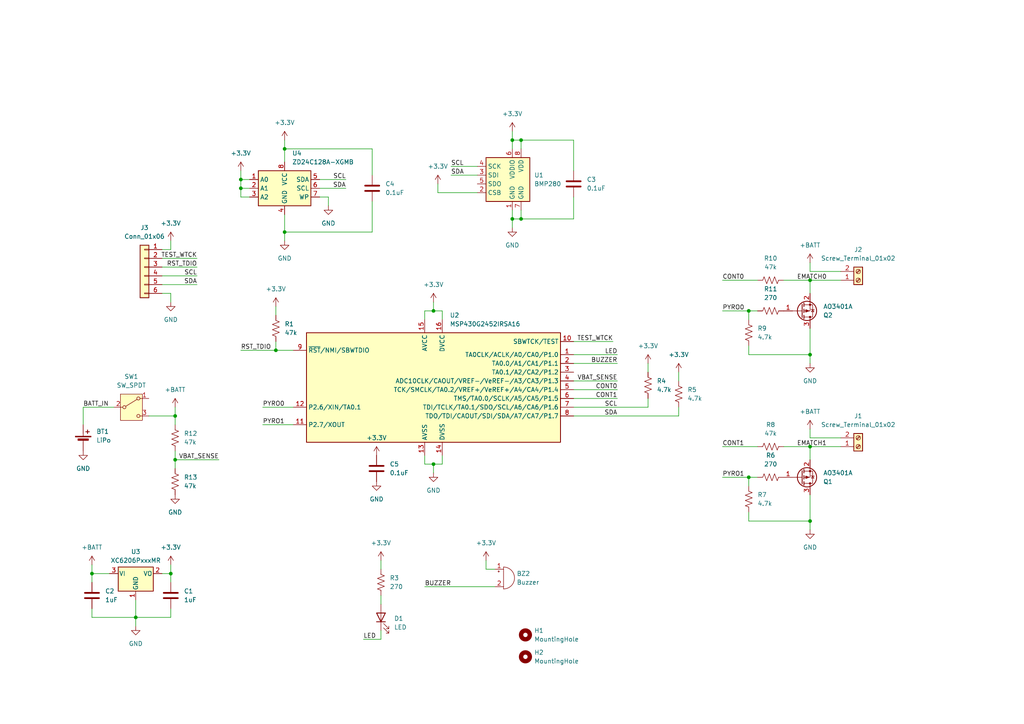
<source format=kicad_sch>
(kicad_sch (version 20230121) (generator eeschema)
  (paper "A4")
  (lib_symbols
    (symbol "Connector:Screw_Terminal_01x02" (pin_names (offset 1.016) hide)
      (property "Reference" "J" (at 0 2.54 0))
      (property "Value" "Screw_Terminal_01x02" (at 0 -5.08 0))
      (symbol "Screw_Terminal_01x02_1_1"
        (rectangle (start -1.27 1.27) (end 1.27 -3.81) (stroke (width 0.254)) (fill (type background)))
        (circle (center 0 -2.54) (radius 0.635) (stroke (width 0.1524)))
        (polyline (pts (xy -0.5334 -2.2098) (xy 0.3302 -3.048)) (stroke (width 0.1524)))
        (polyline (pts (xy -0.5334 0.3302) (xy 0.3302 -0.508)) (stroke (width 0.1524)))
        (polyline (pts (xy -0.3556 -2.032) (xy 0.508 -2.8702)) (stroke (width 0.1524)))
        (polyline (pts (xy -0.3556 0.508) (xy 0.508 -0.3302)) (stroke (width 0.1524)))
        (circle (center 0 0) (radius 0.635) (stroke (width 0.1524)))
        (pin passive line (at -5.08 0 0) (length 3.81) (name "Pin_1") (number "1"))
        (pin passive line (at -5.08 -2.54 0) (length 3.81) (name "Pin_2") (number "2"))
      )
    )
    (symbol "Connector_Generic:Conn_01x06" (pin_names (offset 1.016) hide)
      (property "Reference" "J" (at 0 7.62 0))
      (property "Value" "Conn_01x06" (at 0 -10.16 0))
      (symbol "Conn_01x06_1_1"
        (rectangle (start -1.27 -7.493) (end 0 -7.747) (stroke (width 0.1524)))
        (rectangle (start -1.27 -4.953) (end 0 -5.207) (stroke (width 0.1524)))
        (rectangle (start -1.27 -2.413) (end 0 -2.667) (stroke (width 0.1524)))
        (rectangle (start -1.27 0.127) (end 0 -0.127) (stroke (width 0.1524)))
        (rectangle (start -1.27 2.667) (end 0 2.413) (stroke (width 0.1524)))
        (rectangle (start -1.27 5.207) (end 0 4.953) (stroke (width 0.1524)))
        (rectangle (start -1.27 6.35) (end 1.27 -8.89) (stroke (width 0.254)) (fill (type background)))
        (pin passive line (at -5.08 5.08 0) (length 3.81) (name "Pin_1") (number "1"))
        (pin passive line (at -5.08 2.54 0) (length 3.81) (name "Pin_2") (number "2"))
        (pin passive line (at -5.08 0 0) (length 3.81) (name "Pin_3") (number "3"))
        (pin passive line (at -5.08 -2.54 0) (length 3.81) (name "Pin_4") (number "4"))
        (pin passive line (at -5.08 -5.08 0) (length 3.81) (name "Pin_5") (number "5"))
        (pin passive line (at -5.08 -7.62 0) (length 3.81) (name "Pin_6") (number "6"))
      )
    )
    (symbol "Device:Battery_Cell" (pin_numbers hide) (pin_names (offset 0) hide)
      (property "Reference" "BT" (at 2.54 2.54 0))
      (property "Value" "Battery_Cell" (at 2.54 0 0))
      (symbol "Battery_Cell_0_1"
        (rectangle (start -2.286 1.778) (end 2.286 1.524) (fill (type outline)))
        (rectangle (start -1.524 1.016) (end 1.524 0.508) (fill (type outline)))
        (polyline (pts (xy 0 0.762) (xy 0 0)))
        (polyline (pts (xy 0 1.778) (xy 0 2.54)))
        (polyline (pts (xy 0.762 3.048) (xy 1.778 3.048)) (stroke (width 0.254)))
        (polyline (pts (xy 1.27 3.556) (xy 1.27 2.54)) (stroke (width 0.254)))
      )
      (symbol "Battery_Cell_1_1"
        (pin passive line (at 0 5.08 270) (length 2.54) (name "+") (number "1"))
        (pin passive line (at 0 -2.54 90) (length 2.54) (name "-") (number "2"))
      )
    )
    (symbol "Device:Buzzer" (pin_names (offset 0.0254) hide)
      (property "Reference" "BZ" (at 3.81 1.27 0))
      (property "Value" "Buzzer" (at 3.81 -1.27 0))
      (symbol "Buzzer_0_1"
        (arc (start 0 -3.175) (mid 3.1612 0) (end 0 3.175))
        (polyline (pts (xy -1.651 1.905) (xy -1.143 1.905)))
        (polyline (pts (xy -1.397 2.159) (xy -1.397 1.651)))
        (polyline (pts (xy 0 3.175) (xy 0 -3.175)))
      )
      (symbol "Buzzer_1_1"
        (pin passive line (at -2.54 2.54 0) (length 2.54) (name "+") (number "1"))
        (pin passive line (at -2.54 -2.54 0) (length 2.54) (name "-") (number "2"))
      )
    )
    (symbol "Device:C" (pin_numbers hide) (pin_names (offset 0.254))
      (property "Reference" "C" (at 0.635 2.54 0))
      (property "Value" "C" (at 0.635 -2.54 0))
      (symbol "C_0_1"
        (polyline (pts (xy -2.032 -0.762) (xy 2.032 -0.762)) (stroke (width 0.508)))
        (polyline (pts (xy -2.032 0.762) (xy 2.032 0.762)) (stroke (width 0.508)))
      )
      (symbol "C_1_1"
        (pin passive line (at 0 3.81 270) (length 2.794) (name "~") (number "1"))
        (pin passive line (at 0 -3.81 90) (length 2.794) (name "~") (number "2"))
      )
    )
    (symbol "Device:LED" (pin_numbers hide) (pin_names (offset 1.016) hide)
      (property "Reference" "D" (at 0 2.54 0))
      (property "Value" "LED" (at 0 -2.54 0))
      (symbol "LED_0_1"
        (polyline (pts (xy -1.27 -1.27) (xy -1.27 1.27)) (stroke (width 0.254)))
        (polyline (pts (xy -1.27 0) (xy 1.27 0)))
        (polyline (pts (xy 1.27 -1.27) (xy 1.27 1.27) (xy -1.27 0) (xy 1.27 -1.27)) (stroke (width 0.254)))
        (polyline (pts (xy -3.048 -0.762) (xy -4.572 -2.286) (xy -3.81 -2.286) (xy -4.572 -2.286) (xy -4.572 -1.524)))
        (polyline (pts (xy -1.778 -0.762) (xy -3.302 -2.286) (xy -2.54 -2.286) (xy -3.302 -2.286) (xy -3.302 -1.524)))
      )
      (symbol "LED_1_1"
        (pin passive line (at -3.81 0 0) (length 2.54) (name "K") (number "1"))
        (pin passive line (at 3.81 0 180) (length 2.54) (name "A") (number "2"))
      )
    )
    (symbol "Device:R_US" (pin_numbers hide) (pin_names (offset 0))
      (property "Reference" "R" (at 2.54 0 90))
      (property "Value" "R_US" (at -2.54 0 90))
      (symbol "R_US_0_1"
        (polyline (pts (xy 0 -2.286) (xy 0 -2.54)))
        (polyline (pts (xy 0 2.286) (xy 0 2.54)))
        (polyline (pts (xy 0 -0.762) (xy 1.016 -1.143) (xy 0 -1.524) (xy -1.016 -1.905) (xy 0 -2.286)))
        (polyline (pts (xy 0 0.762) (xy 1.016 0.381) (xy 0 0) (xy -1.016 -0.381) (xy 0 -0.762)))
        (polyline (pts (xy 0 2.286) (xy 1.016 1.905) (xy 0 1.524) (xy -1.016 1.143) (xy 0 0.762)))
      )
      (symbol "R_US_1_1"
        (pin passive line (at 0 3.81 270) (length 1.27) (name "~") (number "1"))
        (pin passive line (at 0 -3.81 90) (length 1.27) (name "~") (number "2"))
      )
    )
    (symbol "MCU_Texas_MSP430:MSP430G2452IRSA16"
      (property "Reference" "U" (at -35.56 17.78 0))
      (property "Value" "MSP430G2452IRSA16" (at 29.21 -16.51 0))
      (symbol "MSP430G2452IRSA16_0_1"
        (rectangle (start -36.83 16.51) (end 36.83 -15.24) (stroke (width 0.254)) (fill (type background)))
      )
      (symbol "MSP430G2452IRSA16_1_1"
        (pin bidirectional line (at 40.64 10.16 180) (length 3.81) (name "TA0CLK/ACLK/A0/CA0/P1.0") (number "1"))
        (pin input line (at 40.64 13.97 180) (length 3.81) (name "SBWTCK/TEST") (number "10"))
        (pin bidirectional line (at -40.64 -10.16 0) (length 3.81) (name "P2.7/XOUT") (number "11"))
        (pin bidirectional line (at -40.64 -5.08 0) (length 3.81) (name "P2.6/XIN/TA0.1") (number "12"))
        (pin power_in line (at -2.54 -19.05 90) (length 3.81) (name "AVSS") (number "13"))
        (pin power_in line (at 2.54 -19.05 90) (length 3.81) (name "DVSS") (number "14"))
        (pin power_in line (at -2.54 20.32 270) (length 3.81) (name "AVCC") (number "15"))
        (pin power_in line (at 2.54 20.32 270) (length 3.81) (name "DVCC") (number "16"))
        (pin bidirectional line (at 40.64 7.62 180) (length 3.81) (name "TA0.0/A1/CA1/P1.1") (number "2"))
        (pin bidirectional line (at 40.64 5.08 180) (length 3.81) (name "TA0.1/A2/CA2/P1.2") (number "3"))
        (pin bidirectional line (at 40.64 2.54 180) (length 3.81) (name "ADC10CLK/CAOUT/VREF-/VeREF-/A3/CA3/P1.3") (number "4"))
        (pin bidirectional line (at 40.64 0 180) (length 3.81) (name "TCK/SMCLK/TA0.2/VREF+/VeREF+/A4/CA4/P1.4") (number "5"))
        (pin bidirectional line (at 40.64 -2.54 180) (length 3.81) (name "TMS/TA0.0/SCLK/A5/CA5/P1.5") (number "6"))
        (pin bidirectional line (at 40.64 -5.08 180) (length 3.81) (name "TDI/TCLK/TA0.1/SDO/SCL/A6/CA6/P1.6") (number "7"))
        (pin bidirectional line (at 40.64 -7.62 180) (length 3.81) (name "TDO/TDI/CAOUT/SDI/SDA/A7/CA7/P1.7") (number "8"))
        (pin input line (at -40.64 11.43 0) (length 3.81) (name "~{RST}/NMI/SBWTDIO") (number "9"))
      )
    )
    (symbol "Mechanical:MountingHole" (pin_names (offset 1.016))
      (property "Reference" "H" (at 0 5.08 0))
      (property "Value" "MountingHole" (at 0 3.175 0))
      (symbol "MountingHole_0_1"
        (circle (center 0 0) (radius 1.27) (stroke (width 1.27)))
      )
    )
    (symbol "Memory_EEPROM:CAT24C128"
      (property "Reference" "U" (at -6.35 6.35 0))
      (property "Value" "CAT24C128" (at 1.27 6.35 0))
      (symbol "CAT24C128_1_1"
        (rectangle (start -7.62 5.08) (end 7.62 -5.08) (stroke (width 0.254)) (fill (type background)))
        (pin input line (at -10.16 2.54 0) (length 2.54) (name "A0") (number "1"))
        (pin input line (at -10.16 0 0) (length 2.54) (name "A1") (number "2"))
        (pin input line (at -10.16 -2.54 0) (length 2.54) (name "A2") (number "3"))
        (pin power_in line (at 0 -7.62 90) (length 2.54) (name "GND") (number "4"))
        (pin bidirectional line (at 10.16 2.54 180) (length 2.54) (name "SDA") (number "5"))
        (pin input line (at 10.16 0 180) (length 2.54) (name "SCL") (number "6"))
        (pin input line (at 10.16 -2.54 180) (length 2.54) (name "WP") (number "7"))
        (pin power_in line (at 0 7.62 270) (length 2.54) (name "VCC") (number "8"))
      )
    )
    (symbol "Regulator_Linear:XC6206PxxxMR" (pin_names (offset 0.254))
      (property "Reference" "U" (at -3.81 3.175 0))
      (property "Value" "XC6206PxxxMR" (at 0 3.175 0))
      (symbol "XC6206PxxxMR_0_1"
        (rectangle (start -5.08 1.905) (end 5.08 -5.08) (stroke (width 0.254)) (fill (type background)))
      )
      (symbol "XC6206PxxxMR_1_1"
        (pin power_in line (at 0 -7.62 90) (length 2.54) (name "GND") (number "1"))
        (pin power_out line (at 7.62 0 180) (length 2.54) (name "VO") (number "2"))
        (pin power_in line (at -7.62 0 0) (length 2.54) (name "VI") (number "3"))
      )
    )
    (symbol "Sensor_Pressure:BMP280"
      (property "Reference" "U" (at -7.62 10.16 0))
      (property "Value" "BMP280" (at 5.08 10.16 0))
      (symbol "BMP280_0_1"
        (rectangle (start -7.62 -5.08) (end 5.08 7.62) (stroke (width 0.254)) (fill (type background)))
      )
      (symbol "BMP280_1_1"
        (pin power_in line (at 0 -7.62 90) (length 2.54) (name "GND") (number "1"))
        (pin input line (at -10.16 -2.54 0) (length 2.54) (name "CSB") (number "2"))
        (pin bidirectional line (at -10.16 2.54 0) (length 2.54) (name "SDI") (number "3"))
        (pin input line (at -10.16 5.08 0) (length 2.54) (name "SCK") (number "4"))
        (pin bidirectional line (at -10.16 0 0) (length 2.54) (name "SDO") (number "5"))
        (pin power_in line (at 0 10.16 270) (length 2.54) (name "VDDIO") (number "6"))
        (pin power_in line (at 2.54 -7.62 90) (length 2.54) (name "GND") (number "7"))
        (pin power_in line (at 2.54 10.16 270) (length 2.54) (name "VDD") (number "8"))
      )
    )
    (symbol "Switch:SW_SPDT" (pin_names (offset 0) hide)
      (property "Reference" "SW" (at 0 5.08 0))
      (property "Value" "SW_SPDT" (at 0 -5.08 0))
      (symbol "SW_SPDT_0_1"
        (circle (center -2.032 0) (radius 0.4572))
        (polyline (pts (xy -1.651 0.254) (xy 1.651 2.286)))
        (circle (center 2.032 -2.54) (radius 0.4572))
        (circle (center 2.032 2.54) (radius 0.4572))
      )
      (symbol "SW_SPDT_1_1"
        (rectangle (start -3.175 3.81) (end 3.175 -3.81) (fill (type background)))
        (pin passive line (at 5.08 2.54 180) (length 2.54) (name "A") (number "1"))
        (pin passive line (at -5.08 0 0) (length 2.54) (name "B") (number "2"))
        (pin passive line (at 5.08 -2.54 180) (length 2.54) (name "C") (number "3"))
      )
    )
    (symbol "Transistor_FET:AO3401A" (pin_names hide)
      (property "Reference" "Q" (at 5.08 1.905 0))
      (property "Value" "AO3401A" (at 5.08 0 0))
      (symbol "AO3401A_0_1"
        (polyline (pts (xy 0.254 0) (xy -2.54 0)))
        (polyline (pts (xy 0.254 1.905) (xy 0.254 -1.905)) (stroke (width 0.254)))
        (polyline (pts (xy 0.762 -1.27) (xy 0.762 -2.286)) (stroke (width 0.254)))
        (polyline (pts (xy 0.762 0.508) (xy 0.762 -0.508)) (stroke (width 0.254)))
        (polyline (pts (xy 0.762 2.286) (xy 0.762 1.27)) (stroke (width 0.254)))
        (polyline (pts (xy 2.54 2.54) (xy 2.54 1.778)))
        (polyline (pts (xy 2.54 -2.54) (xy 2.54 0) (xy 0.762 0)))
        (polyline (pts (xy 0.762 1.778) (xy 3.302 1.778) (xy 3.302 -1.778) (xy 0.762 -1.778)))
        (polyline (pts (xy 2.286 0) (xy 1.27 0.381) (xy 1.27 -0.381) (xy 2.286 0)) (fill (type outline)))
        (polyline (pts (xy 2.794 -0.508) (xy 2.921 -0.381) (xy 3.683 -0.381) (xy 3.81 -0.254)))
        (polyline (pts (xy 3.302 -0.381) (xy 2.921 0.254) (xy 3.683 0.254) (xy 3.302 -0.381)))
        (circle (center 1.651 0) (radius 2.794) (stroke (width 0.254)))
        (circle (center 2.54 -1.778) (radius 0.254) (fill (type outline)))
        (circle (center 2.54 1.778) (radius 0.254) (fill (type outline)))
      )
      (symbol "AO3401A_1_1"
        (pin input line (at -5.08 0 0) (length 2.54) (name "G") (number "1"))
        (pin passive line (at 2.54 -5.08 90) (length 2.54) (name "S") (number "2"))
        (pin passive line (at 2.54 5.08 270) (length 2.54) (name "D") (number "3"))
      )
    )
    (symbol "power:+3.3V" (power) (pin_names (offset 0))
      (property "Value" "+3.3V" (at 0 3.556 0))
      (symbol "+3.3V_0_1"
        (polyline (pts (xy -0.762 1.27) (xy 0 2.54)))
        (polyline (pts (xy 0 0) (xy 0 2.54)))
        (polyline (pts (xy 0 2.54) (xy 0.762 1.27)))
      )
      (symbol "+3.3V_1_1"
        (pin power_in line (at 0 0 90) (length 0) hide (name "+3.3V") (number "1"))
      )
    )
    (symbol "power:+BATT" (power) (pin_names (offset 0))
      (property "Value" "+BATT" (at 0 3.556 0))
      (symbol "+BATT_0_1"
        (polyline (pts (xy -0.762 1.27) (xy 0 2.54)))
        (polyline (pts (xy 0 0) (xy 0 2.54)))
        (polyline (pts (xy 0 2.54) (xy 0.762 1.27)))
      )
      (symbol "+BATT_1_1"
        (pin power_in line (at 0 0 90) (length 0) hide (name "+BATT") (number "1"))
      )
    )
    (symbol "power:GND" (power) (pin_names (offset 0))
      (property "Value" "GND" (at 0 -3.81 0))
      (symbol "GND_0_1"
        (polyline (pts (xy 0 0) (xy 0 -1.27) (xy 1.27 -1.27) (xy 0 -2.54) (xy -1.27 -1.27) (xy 0 -1.27)))
      )
      (symbol "GND_1_1"
        (pin power_in line (at 0 0 270) (length 0) hide (name "GND") (number "1"))
      )
    )
  )
  (junction (at 50.8 133.35))
  (junction (at 49.53 166.37))
  (junction (at 234.95 102.87))
  (junction (at 82.55 67.31))
  (junction (at 151.13 40.64))
  (junction (at 234.95 81.28))
  (junction (at 217.17 138.43))
  (junction (at 69.85 54.61))
  (junction (at 125.73 134.62))
  (junction (at 151.13 63.5))
  (junction (at 82.55 43.18))
  (junction (at 69.85 52.07))
  (junction (at 234.95 151.13))
  (junction (at 234.95 129.54))
  (junction (at 148.59 63.5))
  (junction (at 50.8 120.65))
  (junction (at 80.01 101.6))
  (junction (at 217.17 90.17))
  (junction (at 148.59 40.64))
  (junction (at 125.73 90.17))
  (junction (at 39.37 179.07))
  (junction (at 26.67 166.37))
  (wire (pts (xy 92.71 54.61) (xy 100.33 54.61)))
  (wire (pts (xy 50.8 120.65) (xy 50.8 123.19)))
  (wire (pts (xy 50.8 120.65) (xy 50.8 118.11)))
  (wire (pts (xy 43.18 120.65) (xy 50.8 120.65)))
  (wire (pts (xy 110.49 172.72) (xy 110.49 175.26)))
  (wire (pts (xy 46.99 82.55) (xy 57.15 82.55)))
  (wire (pts (xy 151.13 63.5) (xy 148.59 63.5)))
  (wire (pts (xy 196.85 107.95) (xy 196.85 110.49)))
  (wire (pts (xy 234.95 129.54) (xy 234.95 133.35)))
  (wire (pts (xy 187.96 115.57) (xy 187.96 118.11)))
  (wire (pts (xy 166.37 113.03) (xy 179.07 113.03)))
  (wire (pts (xy 123.19 170.18) (xy 143.51 170.18)))
  (wire (pts (xy 85.09 101.6) (xy 80.01 101.6)))
  (wire (pts (xy 234.95 102.87) (xy 234.95 105.41)))
  (wire (pts (xy 49.53 69.85) (xy 49.53 72.39)))
  (wire (pts (xy 234.95 124.46) (xy 234.95 127)))
  (wire (pts (xy 166.37 105.41) (xy 179.07 105.41)))
  (wire (pts (xy 166.37 118.11) (xy 187.96 118.11)))
  (wire (pts (xy 26.67 163.83) (xy 26.67 166.37)))
  (wire (pts (xy 95.25 57.15) (xy 92.71 57.15)))
  (wire (pts (xy 92.71 52.07) (xy 100.33 52.07)))
  (wire (pts (xy 148.59 38.1) (xy 148.59 40.64)))
  (wire (pts (xy 217.17 100.33) (xy 217.17 102.87)))
  (wire (pts (xy 234.95 129.54) (xy 243.84 129.54)))
  (wire (pts (xy 69.85 101.6) (xy 80.01 101.6)))
  (wire (pts (xy 166.37 115.57) (xy 179.07 115.57)))
  (wire (pts (xy 110.49 165.1) (xy 110.49 162.56)))
  (wire (pts (xy 26.67 179.07) (xy 39.37 179.07)))
  (wire (pts (xy 49.53 176.53) (xy 49.53 179.07)))
  (wire (pts (xy 125.73 87.63) (xy 125.73 90.17)))
  (wire (pts (xy 82.55 62.23) (xy 82.55 67.31)))
  (wire (pts (xy 166.37 99.06) (xy 177.8 99.06)))
  (wire (pts (xy 209.55 90.17) (xy 217.17 90.17)))
  (wire (pts (xy 82.55 67.31) (xy 82.55 69.85)))
  (wire (pts (xy 39.37 179.07) (xy 49.53 179.07)))
  (wire (pts (xy 107.95 67.31) (xy 82.55 67.31)))
  (wire (pts (xy 105.41 185.42) (xy 110.49 185.42)))
  (wire (pts (xy 166.37 49.53) (xy 166.37 40.64)))
  (wire (pts (xy 125.73 134.62) (xy 128.27 134.62)))
  (wire (pts (xy 123.19 90.17) (xy 123.19 92.71)))
  (wire (pts (xy 234.95 81.28) (xy 234.95 85.09)))
  (wire (pts (xy 123.19 134.62) (xy 125.73 134.62)))
  (wire (pts (xy 148.59 60.96) (xy 148.59 63.5)))
  (wire (pts (xy 148.59 40.64) (xy 148.59 43.18)))
  (wire (pts (xy 138.43 55.88) (xy 127 55.88)))
  (wire (pts (xy 217.17 138.43) (xy 219.71 138.43)))
  (wire (pts (xy 80.01 88.9) (xy 80.01 91.44)))
  (wire (pts (xy 72.39 57.15) (xy 69.85 57.15)))
  (wire (pts (xy 217.17 138.43) (xy 217.17 140.97)))
  (wire (pts (xy 69.85 52.07) (xy 72.39 52.07)))
  (wire (pts (xy 82.55 43.18) (xy 82.55 46.99)))
  (wire (pts (xy 140.97 162.56) (xy 140.97 165.1)))
  (wire (pts (xy 234.95 76.2) (xy 234.95 78.74)))
  (wire (pts (xy 46.99 74.93) (xy 57.15 74.93)))
  (wire (pts (xy 50.8 133.35) (xy 50.8 135.89)))
  (wire (pts (xy 49.53 72.39) (xy 46.99 72.39)))
  (wire (pts (xy 128.27 90.17) (xy 125.73 90.17)))
  (wire (pts (xy 49.53 87.63) (xy 49.53 85.09)))
  (wire (pts (xy 166.37 57.15) (xy 166.37 63.5)))
  (wire (pts (xy 24.13 118.11) (xy 24.13 123.19)))
  (wire (pts (xy 46.99 80.01) (xy 57.15 80.01)))
  (wire (pts (xy 234.95 151.13) (xy 234.95 143.51)))
  (wire (pts (xy 138.43 48.26) (xy 130.81 48.26)))
  (wire (pts (xy 151.13 60.96) (xy 151.13 63.5)))
  (wire (pts (xy 39.37 179.07) (xy 39.37 181.61)))
  (wire (pts (xy 33.02 118.11) (xy 24.13 118.11)))
  (wire (pts (xy 110.49 182.88) (xy 110.49 185.42)))
  (wire (pts (xy 234.95 81.28) (xy 243.84 81.28)))
  (wire (pts (xy 209.55 129.54) (xy 219.71 129.54)))
  (wire (pts (xy 128.27 134.62) (xy 128.27 132.08)))
  (wire (pts (xy 166.37 120.65) (xy 196.85 120.65)))
  (wire (pts (xy 125.73 90.17) (xy 123.19 90.17)))
  (wire (pts (xy 187.96 105.41) (xy 187.96 107.95)))
  (wire (pts (xy 227.33 81.28) (xy 234.95 81.28)))
  (wire (pts (xy 166.37 110.49) (xy 179.07 110.49)))
  (wire (pts (xy 69.85 49.53) (xy 69.85 52.07)))
  (wire (pts (xy 217.17 151.13) (xy 234.95 151.13)))
  (wire (pts (xy 26.67 166.37) (xy 31.75 166.37)))
  (wire (pts (xy 209.55 138.43) (xy 217.17 138.43)))
  (wire (pts (xy 107.95 58.42) (xy 107.95 67.31)))
  (wire (pts (xy 128.27 92.71) (xy 128.27 90.17)))
  (wire (pts (xy 123.19 132.08) (xy 123.19 134.62)))
  (wire (pts (xy 26.67 176.53) (xy 26.67 179.07)))
  (wire (pts (xy 26.67 166.37) (xy 26.67 168.91)))
  (wire (pts (xy 76.2 118.11) (xy 85.09 118.11)))
  (wire (pts (xy 76.2 123.19) (xy 85.09 123.19)))
  (wire (pts (xy 82.55 40.64) (xy 82.55 43.18)))
  (wire (pts (xy 151.13 40.64) (xy 151.13 43.18)))
  (wire (pts (xy 209.55 81.28) (xy 219.71 81.28)))
  (wire (pts (xy 166.37 40.64) (xy 151.13 40.64)))
  (wire (pts (xy 49.53 166.37) (xy 46.99 166.37)))
  (wire (pts (xy 151.13 40.64) (xy 148.59 40.64)))
  (wire (pts (xy 217.17 102.87) (xy 234.95 102.87)))
  (wire (pts (xy 125.73 137.16) (xy 125.73 134.62)))
  (wire (pts (xy 49.53 166.37) (xy 49.53 168.91)))
  (wire (pts (xy 234.95 102.87) (xy 234.95 95.25)))
  (wire (pts (xy 107.95 43.18) (xy 82.55 43.18)))
  (wire (pts (xy 166.37 63.5) (xy 151.13 63.5)))
  (wire (pts (xy 243.84 127) (xy 234.95 127)))
  (wire (pts (xy 217.17 148.59) (xy 217.17 151.13)))
  (wire (pts (xy 127 55.88) (xy 127 53.34)))
  (wire (pts (xy 39.37 173.99) (xy 39.37 179.07)))
  (wire (pts (xy 49.53 85.09) (xy 46.99 85.09)))
  (wire (pts (xy 138.43 50.8) (xy 130.81 50.8)))
  (wire (pts (xy 217.17 90.17) (xy 217.17 92.71)))
  (wire (pts (xy 243.84 78.74) (xy 234.95 78.74)))
  (wire (pts (xy 49.53 163.83) (xy 49.53 166.37)))
  (wire (pts (xy 148.59 63.5) (xy 148.59 66.04)))
  (wire (pts (xy 227.33 129.54) (xy 234.95 129.54)))
  (wire (pts (xy 80.01 101.6) (xy 80.01 99.06)))
  (wire (pts (xy 46.99 77.47) (xy 57.15 77.47)))
  (wire (pts (xy 217.17 90.17) (xy 219.71 90.17)))
  (wire (pts (xy 69.85 57.15) (xy 69.85 54.61)))
  (wire (pts (xy 69.85 54.61) (xy 69.85 52.07)))
  (wire (pts (xy 107.95 50.8) (xy 107.95 43.18)))
  (wire (pts (xy 69.85 54.61) (xy 72.39 54.61)))
  (wire (pts (xy 95.25 59.69) (xy 95.25 57.15)))
  (wire (pts (xy 166.37 102.87) (xy 179.07 102.87)))
  (wire (pts (xy 50.8 130.81) (xy 50.8 133.35)))
  (wire (pts (xy 50.8 133.35) (xy 63.5 133.35)))
  (wire (pts (xy 140.97 165.1) (xy 143.51 165.1)))
  (wire (pts (xy 196.85 118.11) (xy 196.85 120.65)))
  (wire (pts (xy 234.95 151.13) (xy 234.95 153.67)))
  (label "TEST_WTCK" (at 57.15 74.93 180))
  (label "LED" (at 179.07 102.87 180))
  (label "SCL" (at 57.15 80.01 180))
  (label "CONT1" (at 179.07 115.57 180))
  (label "EMATCH1" (at 231.14 129.54 0))
  (label "PYRO0" (at 209.55 90.17 0))
  (label "SCL" (at 100.33 52.07 180))
  (label "LED" (at 105.41 185.42 0))
  (label "SCL" (at 130.81 48.26 0))
  (label "SDA" (at 57.15 82.55 180))
  (label "RST_TDIO" (at 57.15 77.47 180))
  (label "VBAT_SENSE" (at 179.07 110.49 180))
  (label "SDA" (at 179.07 120.65 180))
  (label "PYRO1" (at 76.2 123.19 0))
  (label "SDA" (at 100.33 54.61 180))
  (label "VBAT_SENSE" (at 63.5 133.35 180))
  (label "BATT_IN" (at 24.13 118.11 0))
  (label "CONT0" (at 179.07 113.03 180))
  (label "SCL" (at 179.07 118.11 180))
  (label "RST_TDIO" (at 69.85 101.6 0))
  (label "SDA" (at 130.81 50.8 0))
  (label "CONT0" (at 209.55 81.28 0))
  (label "EMATCH0" (at 231.14 81.28 0))
  (label "BUZZER" (at 179.07 105.41 180))
  (label "BUZZER" (at 123.19 170.18 0))
  (label "PYRO1" (at 209.55 138.43 0))
  (label "PYRO0" (at 76.2 118.11 0))
  (label "TEST_WTCK" (at 177.8 99.06 180))
  (label "CONT1" (at 209.55 129.54 0))
  (symbol (lib_id "power:GND") (at 24.13 130.81 0) (unit 1)
    (property "Reference" "#PWR015" (effects hide))
    (property "Value" "GND" (at 24.13 135.89 0))
  )
  (symbol (lib_id "Transistor_FET:AO3401A") (at 232.41 138.43 0) (mirror x) (unit 1)
    (property "Reference" "Q1" (at 238.76 139.7 0) (effects (justify left)))
    (property "Value" "AO3401A" (at 238.76 137.16 0) (effects (justify left)))
    (property "Footprint" "Package_TO_SOT_SMD:SOT-23" (effects hide))
    (property "Datasheet" "http://www.aosmd.com/pdfs/datasheet/AO3401A.pdf" (effects hide))
  )
  (symbol (lib_id "power:+3.3V") (at 82.55 40.64 0) (unit 1)
    (property "Reference" "#PWR023" (effects hide))
    (property "Value" "+3.3V" (at 82.55 35.56 0))
  )
  (symbol (lib_id "Sensor_Pressure:BMP280") (at 148.59 53.34 0) (unit 1)
    (property "Reference" "U1" (at 154.94 50.8 0) (effects (justify left)))
    (property "Value" "BMP280" (at 154.94 53.34 0) (effects (justify left)))
    (property "Footprint" "Package_LGA:Bosch_LGA-8_2x2.5mm_P0.65mm_ClockwisePinNumbering" (effects hide))
    (property "Datasheet" "https://ae-bst.resource.bosch.com/media/_tech/media/datasheets/BST-BMP280-DS001.pdf" (effects hide))
  )
  (symbol (lib_id "Device:R_US") (at 50.8 139.7 0) (unit 1)
    (property "Reference" "R13" (at 53.34 138.43 0) (effects (justify left)))
    (property "Value" "47k" (at 53.34 140.97 0) (effects (justify left)))
    (property "Footprint" "Capacitor_SMD:C_0402_1005Metric" (effects hide))
  )
  (symbol (lib_id "power:+3.3V") (at 69.85 49.53 0) (unit 1)
    (property "Reference" "#PWR025" (effects hide))
    (property "Value" "+3.3V" (at 69.85 44.45 0))
  )
  (symbol (lib_id "MCU_Texas_MSP430:MSP430G2452IRSA16") (at 125.73 113.03 0) (unit 1)
    (property "Reference" "U2" (at 130.4641 91.44 0) (effects (justify left)))
    (property "Value" "MSP430G2452IRSA16" (at 130.4641 93.98 0) (effects (justify left)))
    (property "Footprint" "Package_DFN_QFN:Texas_RSA_VQFN-16-1EP_4x4mm_P0.65mm_EP2.7x2.7mm" (effects hide))
    (property "Datasheet" "http://www.ti.com/lit/ds/symlink/msp430g2452.pdf" (effects hide))
  )
  (symbol (lib_id "power:+3.3V") (at 196.85 107.95 0) (unit 1)
    (property "Reference" "#PWR013" (effects hide))
    (property "Value" "+3.3V" (at 196.85 102.87 0))
  )
  (symbol (lib_id "power:+3.3V") (at 109.22 132.08 0) (unit 1)
    (property "Reference" "#PWR021" (effects hide))
    (property "Value" "+3.3V" (at 109.22 127 0))
  )
  (symbol (lib_id "power:GND") (at 50.8 143.51 0) (unit 1)
    (property "Reference" "#PWR020" (effects hide))
    (property "Value" "GND" (at 50.8 148.59 0))
  )
  (symbol (lib_id "Device:R_US") (at 187.96 111.76 0) (unit 1)
    (property "Reference" "R4" (at 190.5 110.49 0) (effects (justify left)))
    (property "Value" "4.7k" (at 190.5 113.03 0) (effects (justify left)))
    (property "Footprint" "Resistor_SMD:R_0402_1005Metric" (effects hide))
  )
  (symbol (lib_id "power:+BATT") (at 26.67 163.83 0) (unit 1)
    (property "Reference" "#PWR08" (effects hide))
    (property "Value" "+BATT" (at 26.67 158.75 0))
  )
  (symbol (lib_id "Device:C") (at 166.37 53.34 0) (unit 1)
    (property "Reference" "C3" (at 170.18 52.07 0) (effects (justify left)))
    (property "Value" "0.1uF" (at 170.18 54.61 0) (effects (justify left)))
    (property "Footprint" "Capacitor_SMD:C_0402_1005Metric" (effects hide))
  )
  (symbol (lib_id "power:+3.3V") (at 140.97 162.56 0) (unit 1)
    (property "Reference" "#PWR010" (effects hide))
    (property "Value" "+3.3V" (at 140.97 157.48 0))
  )
  (symbol (lib_id "Connector:Screw_Terminal_01x02") (at 248.92 129.54 0) (mirror x) (unit 1)
    (property "Reference" "J1" (at 248.92 120.65 0))
    (property "Value" "Screw_Terminal_01x02" (at 248.92 123.19 0))
    (property "Footprint" "TerminalBlock_TE-Connectivity:TerminalBlock_TE_282834-2_1x02_P2.54mm_Horizontal" (effects hide))
  )
  (symbol (lib_id "power:GND") (at 148.59 66.04 0) (unit 1)
    (property "Reference" "#PWR05" (effects hide))
    (property "Value" "GND" (at 148.59 71.12 0))
  )
  (symbol (lib_id "Switch:SW_SPDT") (at 38.1 118.11 0) (unit 1)
    (property "Reference" "SW1" (at 38.1 109.22 0))
    (property "Value" "SW_SPDT" (at 38.1 111.76 0))
    (property "Footprint" "Button_Switch_SMD_Custom:MK-12C02-GXXX" (effects hide))
  )
  (symbol (lib_id "power:+3.3V") (at 187.96 105.41 0) (unit 1)
    (property "Reference" "#PWR012" (effects hide))
    (property "Value" "+3.3V" (at 187.96 100.33 0))
  )
  (symbol (lib_id "Mechanical:MountingHole") (at 152.4 184.15 0) (unit 1)
    (property "Reference" "H1" (at 154.94 182.88 0) (effects (justify left)))
    (property "Value" "MountingHole" (at 154.94 185.42 0) (effects (justify left)))
    (property "Footprint" "MountingHole:MountingHole_2.2mm_M2" (effects hide))
  )
  (symbol (lib_id "Device:R_US") (at 217.17 96.52 0) (unit 1)
    (property "Reference" "R9" (at 219.71 95.25 0) (effects (justify left)))
    (property "Value" "4.7k" (at 219.71 97.79 0) (effects (justify left)))
    (property "Footprint" "Resistor_SMD:R_0402_1005Metric" (effects hide))
  )
  (symbol (lib_id "Transistor_FET:AO3401A") (at 232.41 90.17 0) (mirror x) (unit 1)
    (property "Reference" "Q2" (at 238.76 91.44 0) (effects (justify left)))
    (property "Value" "AO3401A" (at 238.76 88.9 0) (effects (justify left)))
    (property "Footprint" "Package_TO_SOT_SMD:SOT-23" (effects hide))
    (property "Datasheet" "http://www.aosmd.com/pdfs/datasheet/AO3401A.pdf" (effects hide))
  )
  (symbol (lib_id "power:GND") (at 234.95 153.67 0) (unit 1)
    (property "Reference" "#PWR016" (effects hide))
    (property "Value" "GND" (at 234.95 158.75 0))
  )
  (symbol (lib_id "power:+BATT") (at 50.8 118.11 0) (unit 1)
    (property "Reference" "#PWR014" (effects hide))
    (property "Value" "+BATT" (at 50.8 113.03 0))
  )
  (symbol (lib_id "Device:R_US") (at 80.01 95.25 0) (unit 1)
    (property "Reference" "R1" (at 82.55 93.98 0) (effects (justify left)))
    (property "Value" "47k" (at 82.55 96.52 0) (effects (justify left)))
    (property "Footprint" "Resistor_SMD:R_0402_1005Metric" (effects hide))
  )
  (symbol (lib_id "power:+3.3V") (at 110.49 162.56 0) (unit 1)
    (property "Reference" "#PWR011" (effects hide))
    (property "Value" "+3.3V" (at 110.49 157.48 0))
  )
  (symbol (lib_id "Memory_EEPROM:CAT24C128") (at 82.55 54.61 0) (unit 1)
    (property "Reference" "U4" (at 84.7441 44.45 0) (effects (justify left)))
    (property "Value" "ZD24C128A-XGMB" (at 84.7441 46.99 0) (effects (justify left)))
    (property "Footprint" "Package_SO:TSSOP-8_4.4x3mm_P0.65mm" (effects hide))
    (property "Datasheet" "https://www.onsemi.com/pub/Collateral/CAT24C128-D.PDF" (effects hide))
  )
  (symbol (lib_id "power:GND") (at 234.95 105.41 0) (unit 1)
    (property "Reference" "#PWR019" (effects hide))
    (property "Value" "GND" (at 234.95 110.49 0))
  )
  (symbol (lib_id "Connector:Screw_Terminal_01x02") (at 248.92 81.28 0) (mirror x) (unit 1)
    (property "Reference" "J2" (at 248.92 72.39 0))
    (property "Value" "Screw_Terminal_01x02" (at 248.92 74.93 0))
    (property "Footprint" "TerminalBlock_TE-Connectivity:TerminalBlock_TE_282834-2_1x02_P2.54mm_Horizontal" (effects hide))
  )
  (symbol (lib_id "power:GND") (at 82.55 69.85 0) (unit 1)
    (property "Reference" "#PWR024" (effects hide))
    (property "Value" "GND" (at 82.55 74.93 0))
  )
  (symbol (lib_id "Device:R_US") (at 223.52 90.17 270) (unit 1)
    (property "Reference" "R11" (at 223.52 83.82 90))
    (property "Value" "270" (at 223.52 86.36 90))
    (property "Footprint" "Resistor_SMD:R_0402_1005Metric" (effects hide))
  )
  (symbol (lib_id "power:+3.3V") (at 80.01 88.9 0) (unit 1)
    (property "Reference" "#PWR03" (effects hide))
    (property "Value" "+3.3V" (at 80.01 83.82 0))
  )
  (symbol (lib_id "Device:R_US") (at 196.85 114.3 0) (unit 1)
    (property "Reference" "R5" (at 199.39 113.03 0) (effects (justify left)))
    (property "Value" "4.7k" (at 199.39 115.57 0) (effects (justify left)))
    (property "Footprint" "Resistor_SMD:R_0402_1005Metric" (effects hide))
  )
  (symbol (lib_id "power:GND") (at 109.22 139.7 0) (unit 1)
    (property "Reference" "#PWR022" (effects hide))
    (property "Value" "GND" (at 109.22 144.78 0))
  )
  (symbol (lib_id "power:+3.3V") (at 125.73 87.63 0) (unit 1)
    (property "Reference" "#PWR01" (effects hide))
    (property "Value" "+3.3V" (at 125.73 82.55 0))
  )
  (symbol (lib_id "Device:Buzzer") (at 146.05 167.64 0) (unit 1)
    (property "Reference" "BZ2" (at 149.86 166.37 0) (effects (justify left)))
    (property "Value" "Buzzer" (at 149.86 168.91 0) (effects (justify left)))
    (property "Footprint" "Buzzer_Beeper:Buzzer_Mallory_AST1109MLTRQ" (effects hide))
  )
  (symbol (lib_id "Regulator_Linear:XC6206PxxxMR") (at 39.37 166.37 0) (unit 1)
    (property "Reference" "U3" (at 39.37 160.02 0))
    (property "Value" "XC6206PxxxMR" (at 39.37 162.56 0))
    (property "Footprint" "Package_TO_SOT_SMD:SOT-23-3" (effects hide))
    (property "Datasheet" "https://www.torexsemi.com/file/xc6206/XC6206.pdf" (effects hide))
  )
  (symbol (lib_id "Device:R_US") (at 217.17 144.78 0) (unit 1)
    (property "Reference" "R7" (at 219.71 143.51 0) (effects (justify left)))
    (property "Value" "4.7k" (at 219.71 146.05 0) (effects (justify left)))
    (property "Footprint" "Resistor_SMD:R_0402_1005Metric" (effects hide))
  )
  (symbol (lib_id "Device:LED") (at 110.49 179.07 90) (unit 1)
    (property "Reference" "D1" (at 114.3 179.3875 90) (effects (justify right)))
    (property "Value" "LED" (at 114.3 181.9275 90) (effects (justify right)))
    (property "Footprint" "LED_SMD:LED_0603_1608Metric" (effects hide))
  )
  (symbol (lib_id "power:+3.3V") (at 127 53.34 0) (unit 1)
    (property "Reference" "#PWR06" (effects hide))
    (property "Value" "+3.3V" (at 127 48.26 0))
  )
  (symbol (lib_id "power:GND") (at 95.25 59.69 0) (unit 1)
    (property "Reference" "#PWR027" (effects hide))
    (property "Value" "GND" (at 95.25 64.77 0))
  )
  (symbol (lib_id "power:+3.3V") (at 49.53 163.83 0) (unit 1)
    (property "Reference" "#PWR09" (effects hide))
    (property "Value" "+3.3V" (at 49.53 158.75 0))
  )
  (symbol (lib_id "power:+3.3V") (at 148.59 38.1 0) (unit 1)
    (property "Reference" "#PWR04" (effects hide))
    (property "Value" "+3.3V" (at 148.59 33.02 0))
  )
  (symbol (lib_id "power:GND") (at 39.37 181.61 0) (unit 1)
    (property "Reference" "#PWR07" (effects hide))
    (property "Value" "GND" (at 39.37 186.69 0))
  )
  (symbol (lib_id "power:GND") (at 125.73 137.16 0) (unit 1)
    (property "Reference" "#PWR02" (effects hide))
    (property "Value" "GND" (at 125.73 142.24 0))
  )
  (symbol (lib_id "power:+BATT") (at 234.95 124.46 0) (unit 1)
    (property "Reference" "#PWR017" (effects hide))
    (property "Value" "+BATT" (at 234.95 119.38 0))
  )
  (symbol (lib_id "Mechanical:MountingHole") (at 152.4 190.5 0) (unit 1)
    (property "Reference" "H2" (at 154.94 189.23 0) (effects (justify left)))
    (property "Value" "MountingHole" (at 154.94 191.77 0) (effects (justify left)))
    (property "Footprint" "MountingHole:MountingHole_2.2mm_M2" (effects hide))
  )
  (symbol (lib_id "power:+BATT") (at 234.95 76.2 0) (unit 1)
    (property "Reference" "#PWR018" (effects hide))
    (property "Value" "+BATT" (at 234.95 71.12 0))
  )
  (symbol (lib_id "Device:R_US") (at 223.52 81.28 90) (unit 1)
    (property "Reference" "R10" (at 223.52 74.93 90))
    (property "Value" "47k" (at 223.52 77.47 90))
    (property "Footprint" "Resistor_SMD:R_0402_1005Metric" (effects hide))
  )
  (symbol (lib_id "Device:R_US") (at 223.52 138.43 270) (unit 1)
    (property "Reference" "R6" (at 223.52 132.08 90))
    (property "Value" "270" (at 223.52 134.62 90))
    (property "Footprint" "Resistor_SMD:R_0402_1005Metric" (effects hide))
  )
  (symbol (lib_id "Device:R_US") (at 223.52 129.54 90) (unit 1)
    (property "Reference" "R8" (at 223.52 123.19 90))
    (property "Value" "47k" (at 223.52 125.73 90))
    (property "Footprint" "Resistor_SMD:R_0402_1005Metric" (effects hide))
  )
  (symbol (lib_id "Device:C") (at 109.22 135.89 0) (unit 1)
    (property "Reference" "C5" (at 113.03 134.62 0) (effects (justify left)))
    (property "Value" "0.1uF" (at 113.03 137.16 0) (effects (justify left)))
    (property "Footprint" "Capacitor_SMD:C_0402_1005Metric" (effects hide))
  )
  (symbol (lib_id "Device:C") (at 49.53 172.72 0) (unit 1)
    (property "Reference" "C1" (at 53.34 171.45 0) (effects (justify left)))
    (property "Value" "1uF" (at 53.34 173.99 0) (effects (justify left)))
    (property "Footprint" "Capacitor_SMD:C_0603_1608Metric" (effects hide))
  )
  (symbol (lib_id "Device:Battery_Cell") (at 24.13 128.27 0) (unit 1)
    (property "Reference" "BT1" (at 27.94 125.1585 0) (effects (justify left)))
    (property "Value" "LiPo" (at 27.94 127.6985 0) (effects (justify left)))
    (property "Footprint" "Connector_PinHeader_2.00mm:PinHeader_1x02_P2.00mm_Vertical" (effects hide))
  )
  (symbol (lib_id "Device:C") (at 107.95 54.61 0) (unit 1)
    (property "Reference" "C4" (at 111.76 53.34 0) (effects (justify left)))
    (property "Value" "0.1uF" (at 111.76 55.88 0) (effects (justify left)))
    (property "Footprint" "Capacitor_SMD:C_0402_1005Metric" (effects hide))
  )
  (symbol (lib_id "Device:C") (at 26.67 172.72 0) (unit 1)
    (property "Reference" "C2" (at 30.48 171.45 0) (effects (justify left)))
    (property "Value" "1uF" (at 30.48 173.99 0) (effects (justify left)))
    (property "Footprint" "Capacitor_SMD:C_0603_1608Metric" (effects hide))
  )
  (symbol (lib_id "Device:R_US") (at 110.49 168.91 180) (unit 1)
    (property "Reference" "R3" (at 113.03 167.64 0) (effects (justify right)))
    (property "Value" "270" (at 113.03 170.18 0) (effects (justify right)))
    (property "Footprint" "Resistor_SMD:R_0402_1005Metric" (effects hide))
  )
  (symbol (lib_id "power:+3.3V") (at 49.53 69.85 0) (unit 1)
    (property "Reference" "#PWR028" (effects hide))
    (property "Value" "+3.3V" (at 49.53 64.77 0))
  )
  (symbol (lib_id "power:GND") (at 49.53 87.63 0) (unit 1)
    (property "Reference" "#PWR026" (effects hide))
    (property "Value" "GND" (at 49.53 92.71 0))
  )
  (symbol (lib_id "Connector_Generic:Conn_01x06") (at 41.91 77.47 0) (mirror y) (unit 1)
    (property "Reference" "J3" (at 41.91 66.04 0))
    (property "Value" "Conn_01x06" (at 41.91 68.58 0))
    (property "Footprint" "Connector_Molex:Molex_PicoBlade_53398-0671_1x06-1MP_P1.25mm_Vertical" (effects hide))
  )
  (symbol (lib_id "Device:R_US") (at 50.8 127 0) (unit 1)
    (property "Reference" "R12" (at 53.34 125.73 0) (effects (justify left)))
    (property "Value" "47k" (at 53.34 128.27 0) (effects (justify left)))
    (property "Footprint" "Resistor_SMD:R_0402_1005Metric" (effects hide))
  )
)
</source>
